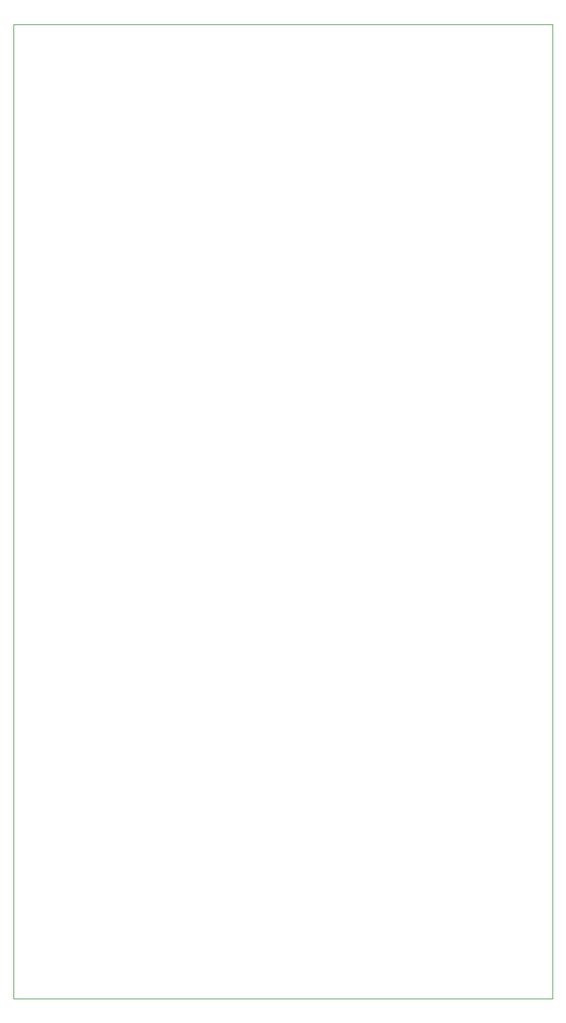
<source format=gbr>
%TF.GenerationSoftware,KiCad,Pcbnew,9.0.0*%
%TF.CreationDate,2025-03-18T20:17:15-04:00*%
%TF.ProjectId,201_Blank_Faceplate,3230315f-426c-4616-9e6b-5f4661636570,rev?*%
%TF.SameCoordinates,Original*%
%TF.FileFunction,Profile,NP*%
%FSLAX45Y45*%
G04 Gerber Fmt 4.5, Leading zero omitted, Abs format (unit mm)*
G04 Created by KiCad (PCBNEW 9.0.0) date 2025-03-18 20:17:15*
%MOMM*%
%LPD*%
G01*
G04 APERTURE LIST*
%TA.AperFunction,Profile*%
%ADD10C,0.050000*%
%TD*%
G04 APERTURE END LIST*
D10*
X3556000Y-2540000D02*
X10668000Y-2540000D01*
X10668000Y-15392400D01*
X3556000Y-15392400D01*
X3556000Y-2540000D01*
M02*

</source>
